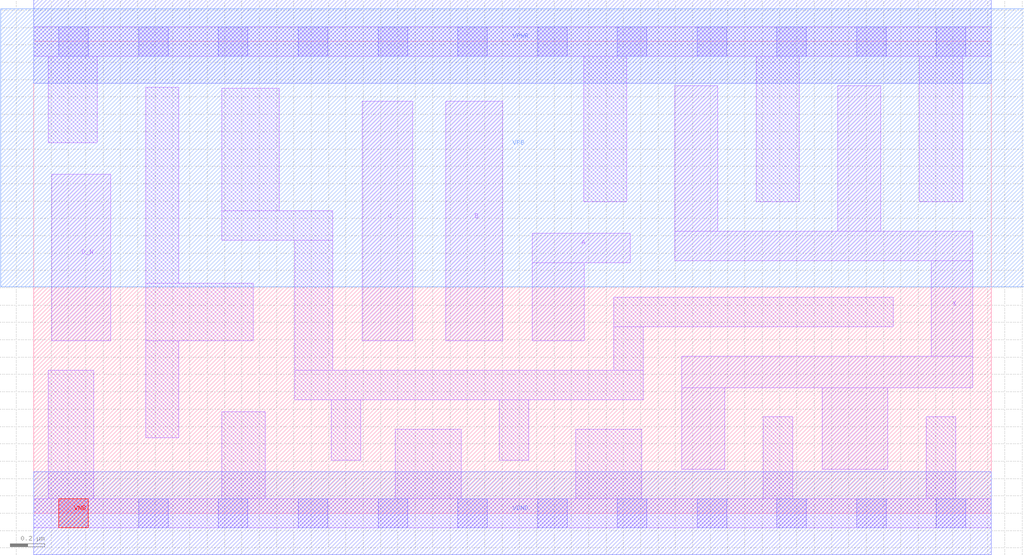
<source format=lef>
# Copyright 2020 The SkyWater PDK Authors
#
# Licensed under the Apache License, Version 2.0 (the "License");
# you may not use this file except in compliance with the License.
# You may obtain a copy of the License at
#
#     https://www.apache.org/licenses/LICENSE-2.0
#
# Unless required by applicable law or agreed to in writing, software
# distributed under the License is distributed on an "AS IS" BASIS,
# WITHOUT WARRANTIES OR CONDITIONS OF ANY KIND, either express or implied.
# See the License for the specific language governing permissions and
# limitations under the License.
#
# SPDX-License-Identifier: Apache-2.0

VERSION 5.7 ;
  NOWIREEXTENSIONATPIN ON ;
  DIVIDERCHAR "/" ;
  BUSBITCHARS "[]" ;
PROPERTYDEFINITIONS
  MACRO maskLayoutSubType STRING ;
  MACRO prCellType STRING ;
  MACRO originalViewName STRING ;
END PROPERTYDEFINITIONS
MACRO sky130_fd_sc_hdll__or4b_4
  CLASS CORE ;
  FOREIGN sky130_fd_sc_hdll__or4b_4 ;
  ORIGIN  0.000000  0.000000 ;
  SIZE  5.520000 BY  2.720000 ;
  SYMMETRY X Y R90 ;
  SITE unithd ;
  PIN A
    ANTENNAGATEAREA  0.277500 ;
    DIRECTION INPUT ;
    USE SIGNAL ;
    PORT
      LAYER li1 ;
        RECT 2.875000 0.995000 3.175000 1.445000 ;
        RECT 2.875000 1.445000 3.440000 1.615000 ;
    END
  END A
  PIN B
    ANTENNAGATEAREA  0.277500 ;
    DIRECTION INPUT ;
    USE SIGNAL ;
    PORT
      LAYER li1 ;
        RECT 2.375000 0.995000 2.705000 2.375000 ;
    END
  END B
  PIN C
    ANTENNAGATEAREA  0.277500 ;
    DIRECTION INPUT ;
    USE SIGNAL ;
    PORT
      LAYER li1 ;
        RECT 1.895000 0.995000 2.185000 2.375000 ;
    END
  END C
  PIN D_N
    ANTENNAGATEAREA  0.138600 ;
    DIRECTION INPUT ;
    USE SIGNAL ;
    PORT
      LAYER li1 ;
        RECT 0.105000 0.995000 0.445000 1.955000 ;
    END
  END D_N
  PIN VGND
    ANTENNADIFFAREA  1.202300 ;
    DIRECTION INOUT ;
    USE SIGNAL ;
    PORT
      LAYER met1 ;
        RECT 0.000000 -0.240000 5.520000 0.240000 ;
    END
  END VGND
  PIN VNB
    PORT
      LAYER pwell ;
        RECT 0.145000 -0.085000 0.315000 0.085000 ;
    END
  END VNB
  PIN VPB
    PORT
      LAYER nwell ;
        RECT -0.190000 1.305000 5.710000 2.910000 ;
    END
  END VPB
  PIN VPWR
    ANTENNADIFFAREA  1.073400 ;
    DIRECTION INOUT ;
    USE SIGNAL ;
    PORT
      LAYER met1 ;
        RECT 0.000000 2.480000 5.520000 2.960000 ;
    END
  END VPWR
  PIN X
    ANTENNADIFFAREA  1.028500 ;
    DIRECTION OUTPUT ;
    USE SIGNAL ;
    PORT
      LAYER li1 ;
        RECT 3.695000 1.455000 5.415000 1.625000 ;
        RECT 3.695000 1.625000 3.945000 2.465000 ;
        RECT 3.735000 0.255000 3.985000 0.725000 ;
        RECT 3.735000 0.725000 5.415000 0.905000 ;
        RECT 4.545000 0.255000 4.925000 0.725000 ;
        RECT 4.635000 1.625000 4.885000 2.465000 ;
        RECT 5.175000 0.905000 5.415000 1.455000 ;
    END
  END X
  OBS
    LAYER li1 ;
      RECT 0.000000 -0.085000 5.520000 0.085000 ;
      RECT 0.000000  2.635000 5.520000 2.805000 ;
      RECT 0.085000  0.085000 0.345000 0.825000 ;
      RECT 0.085000  2.135000 0.365000 2.635000 ;
      RECT 0.645000  0.435000 0.835000 0.995000 ;
      RECT 0.645000  0.995000 1.265000 1.325000 ;
      RECT 0.645000  1.325000 0.835000 2.455000 ;
      RECT 1.085000  0.085000 1.335000 0.585000 ;
      RECT 1.085000  1.575000 1.725000 1.745000 ;
      RECT 1.085000  1.745000 1.415000 2.450000 ;
      RECT 1.505000  0.655000 3.515000 0.825000 ;
      RECT 1.505000  0.825000 1.725000 1.575000 ;
      RECT 1.715000  0.305000 1.885000 0.655000 ;
      RECT 2.085000  0.085000 2.465000 0.485000 ;
      RECT 2.685000  0.305000 2.855000 0.655000 ;
      RECT 3.125000  0.085000 3.505000 0.485000 ;
      RECT 3.170000  1.795000 3.420000 2.635000 ;
      RECT 3.345000  0.825000 3.515000 1.075000 ;
      RECT 3.345000  1.075000 4.955000 1.245000 ;
      RECT 4.165000  1.795000 4.415000 2.635000 ;
      RECT 4.205000  0.085000 4.375000 0.555000 ;
      RECT 5.105000  1.795000 5.355000 2.635000 ;
      RECT 5.145000  0.085000 5.315000 0.555000 ;
    LAYER mcon ;
      RECT 0.145000 -0.085000 0.315000 0.085000 ;
      RECT 0.145000  2.635000 0.315000 2.805000 ;
      RECT 0.605000 -0.085000 0.775000 0.085000 ;
      RECT 0.605000  2.635000 0.775000 2.805000 ;
      RECT 1.065000 -0.085000 1.235000 0.085000 ;
      RECT 1.065000  2.635000 1.235000 2.805000 ;
      RECT 1.525000 -0.085000 1.695000 0.085000 ;
      RECT 1.525000  2.635000 1.695000 2.805000 ;
      RECT 1.985000 -0.085000 2.155000 0.085000 ;
      RECT 1.985000  2.635000 2.155000 2.805000 ;
      RECT 2.445000 -0.085000 2.615000 0.085000 ;
      RECT 2.445000  2.635000 2.615000 2.805000 ;
      RECT 2.905000 -0.085000 3.075000 0.085000 ;
      RECT 2.905000  2.635000 3.075000 2.805000 ;
      RECT 3.365000 -0.085000 3.535000 0.085000 ;
      RECT 3.365000  2.635000 3.535000 2.805000 ;
      RECT 3.825000 -0.085000 3.995000 0.085000 ;
      RECT 3.825000  2.635000 3.995000 2.805000 ;
      RECT 4.285000 -0.085000 4.455000 0.085000 ;
      RECT 4.285000  2.635000 4.455000 2.805000 ;
      RECT 4.745000 -0.085000 4.915000 0.085000 ;
      RECT 4.745000  2.635000 4.915000 2.805000 ;
      RECT 5.205000 -0.085000 5.375000 0.085000 ;
      RECT 5.205000  2.635000 5.375000 2.805000 ;
  END
  PROPERTY maskLayoutSubType "abstract" ;
  PROPERTY prCellType "standard" ;
  PROPERTY originalViewName "layout" ;
END sky130_fd_sc_hdll__or4b_4
END LIBRARY

</source>
